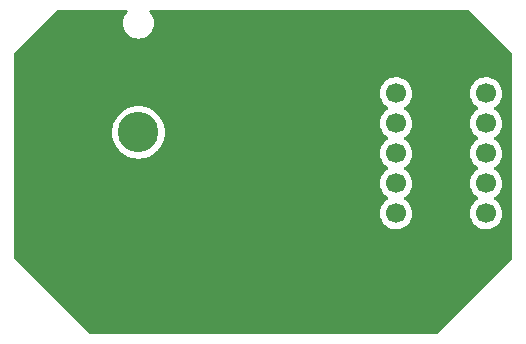
<source format=gbr>
%TF.GenerationSoftware,KiCad,Pcbnew,(6.0.0)*%
%TF.CreationDate,2024-07-10T16:52:07-07:00*%
%TF.ProjectId,pre_cursed_dc_inlet,7072655f-6375-4727-9365-645f64635f69,rev?*%
%TF.SameCoordinates,Original*%
%TF.FileFunction,Copper,L1,Top*%
%TF.FilePolarity,Positive*%
%FSLAX46Y46*%
G04 Gerber Fmt 4.6, Leading zero omitted, Abs format (unit mm)*
G04 Created by KiCad (PCBNEW (6.0.0)) date 2024-07-10 16:52:07*
%MOMM*%
%LPD*%
G01*
G04 APERTURE LIST*
%TA.AperFunction,ComponentPad*%
%ADD10C,1.700000*%
%TD*%
%TA.AperFunction,ComponentPad*%
%ADD11C,6.400000*%
%TD*%
%TA.AperFunction,ComponentPad*%
%ADD12C,3.420000*%
%TD*%
%TA.AperFunction,ComponentPad*%
%ADD13C,3.360000*%
%TD*%
%TA.AperFunction,Conductor*%
%ADD14C,0.250000*%
%TD*%
G04 APERTURE END LIST*
D10*
%TO.P,V-,1*%
%TO.N,V-*%
X155760000Y-92080000D03*
X148140000Y-102240000D03*
X155760000Y-94620000D03*
X155760000Y-97160000D03*
X148140000Y-97160000D03*
X155760000Y-102240000D03*
X155760000Y-99700000D03*
X148140000Y-92080000D03*
X148140000Y-94620000D03*
X148140000Y-99700000D03*
%TD*%
D11*
%TO.P,REF\u002A\u002A,1*%
%TO.N,V-*%
X159223204Y-108510366D03*
%TD*%
%TO.P,REF\u002A\u002A,1*%
%TO.N,V-*%
X138252832Y-108510366D03*
%TD*%
D10*
%TO.P,V+,1*%
%TO.N,V+*%
X167610000Y-92080000D03*
X159990000Y-102240000D03*
X167610000Y-94620000D03*
X167610000Y-97160000D03*
X159990000Y-97160000D03*
X167610000Y-102240000D03*
X167610000Y-99700000D03*
X159990000Y-92080000D03*
X159990000Y-94620000D03*
X159990000Y-99700000D03*
%TD*%
D12*
%TO.P,Vin,1*%
%TO.N,V+*%
X138180000Y-95390000D03*
%TO.P,Vin,2*%
%TO.N,V-*%
X138180000Y-89390000D03*
D13*
%TO.P,Vin,MH1*%
X142930000Y-93590000D03*
%TO.P,Vin,MH2*%
X142930000Y-88890000D03*
%TO.P,Vin,MH3*%
X133430000Y-93590000D03*
%TO.P,Vin,MH4*%
X133430000Y-88890000D03*
%TD*%
D14*
%TO.N,V+*%
X160280000Y-102530000D02*
X159990000Y-102240000D01*
%TO.N,V-*%
X142430000Y-89390000D02*
X142930000Y-88890000D01*
X137680000Y-88890000D02*
X138180000Y-89390000D01*
%TD*%
%TA.AperFunction,Conductor*%
%TO.N,V-*%
G36*
X137225433Y-85028002D02*
G01*
X137271926Y-85081658D01*
X137282030Y-85151932D01*
X137252536Y-85216512D01*
X137246407Y-85223095D01*
X137173802Y-85295700D01*
X137042477Y-85483251D01*
X137040154Y-85488233D01*
X137040151Y-85488238D01*
X136948039Y-85685775D01*
X136945716Y-85690757D01*
X136886457Y-85911913D01*
X136866502Y-86140000D01*
X136886457Y-86368087D01*
X136945716Y-86589243D01*
X136948039Y-86594224D01*
X136948039Y-86594225D01*
X137040151Y-86791762D01*
X137040154Y-86791767D01*
X137042477Y-86796749D01*
X137173802Y-86984300D01*
X137335700Y-87146198D01*
X137340208Y-87149355D01*
X137340211Y-87149357D01*
X137418389Y-87204098D01*
X137523251Y-87277523D01*
X137528233Y-87279846D01*
X137528238Y-87279849D01*
X137725775Y-87371961D01*
X137730757Y-87374284D01*
X137736065Y-87375706D01*
X137736067Y-87375707D01*
X137946598Y-87432119D01*
X137946600Y-87432119D01*
X137951913Y-87433543D01*
X138051480Y-87442254D01*
X138120149Y-87448262D01*
X138120156Y-87448262D01*
X138122873Y-87448500D01*
X138237127Y-87448500D01*
X138239844Y-87448262D01*
X138239851Y-87448262D01*
X138308520Y-87442254D01*
X138408087Y-87433543D01*
X138413400Y-87432119D01*
X138413402Y-87432119D01*
X138623933Y-87375707D01*
X138623935Y-87375706D01*
X138629243Y-87374284D01*
X138634225Y-87371961D01*
X138831762Y-87279849D01*
X138831767Y-87279846D01*
X138836749Y-87277523D01*
X138941611Y-87204098D01*
X139019789Y-87149357D01*
X139019792Y-87149355D01*
X139024300Y-87146198D01*
X139186198Y-86984300D01*
X139317523Y-86796749D01*
X139319846Y-86791767D01*
X139319849Y-86791762D01*
X139411961Y-86594225D01*
X139411961Y-86594224D01*
X139414284Y-86589243D01*
X139473543Y-86368087D01*
X139493498Y-86140000D01*
X139473543Y-85911913D01*
X139414284Y-85690757D01*
X139411961Y-85685775D01*
X139319849Y-85488238D01*
X139319846Y-85488233D01*
X139317523Y-85483251D01*
X139186198Y-85295700D01*
X139113593Y-85223095D01*
X139079567Y-85160783D01*
X139084632Y-85089968D01*
X139127179Y-85033132D01*
X139193699Y-85008321D01*
X139202688Y-85008000D01*
X166079106Y-85008000D01*
X166147227Y-85028002D01*
X166168201Y-85044905D01*
X169796811Y-88673515D01*
X169830837Y-88735827D01*
X169833716Y-88762610D01*
X169833716Y-105987385D01*
X169813714Y-106055506D01*
X169796811Y-106076480D01*
X163418201Y-112455091D01*
X163355889Y-112489117D01*
X163329106Y-112491996D01*
X134146930Y-112491996D01*
X134078809Y-112471994D01*
X134057835Y-112455091D01*
X130090983Y-108488240D01*
X136140022Y-108488240D01*
X136156567Y-108775186D01*
X136157392Y-108779391D01*
X136157393Y-108779399D01*
X136191751Y-108954522D01*
X136211902Y-109057231D01*
X136213289Y-109061282D01*
X136289038Y-109282527D01*
X136305003Y-109329158D01*
X136434148Y-109585933D01*
X136436574Y-109589462D01*
X136436577Y-109589468D01*
X136475419Y-109645983D01*
X136596946Y-109822805D01*
X136790385Y-110035392D01*
X136793673Y-110038141D01*
X137007593Y-110217007D01*
X137007598Y-110217011D01*
X137010885Y-110219759D01*
X137132626Y-110296127D01*
X137250727Y-110370212D01*
X137250731Y-110370214D01*
X137254367Y-110372495D01*
X137516325Y-110490773D01*
X137791911Y-110572406D01*
X137796145Y-110573054D01*
X137796150Y-110573055D01*
X138046927Y-110611429D01*
X138076027Y-110615882D01*
X138222412Y-110618181D01*
X138359123Y-110620329D01*
X138359129Y-110620329D01*
X138363414Y-110620396D01*
X138648755Y-110585866D01*
X138926769Y-110512931D01*
X138930729Y-110511291D01*
X138930734Y-110511289D01*
X139073743Y-110452052D01*
X139192313Y-110402939D01*
X139440473Y-110257926D01*
X139666655Y-110080576D01*
X139866676Y-109874170D01*
X139869209Y-109870722D01*
X139869213Y-109870717D01*
X140034296Y-109645983D01*
X140036834Y-109642528D01*
X140173981Y-109389937D01*
X140224779Y-109255503D01*
X140274059Y-109125087D01*
X140274060Y-109125084D01*
X140275577Y-109121069D01*
X140339744Y-108840900D01*
X140346493Y-108765288D01*
X140365075Y-108557081D01*
X140365295Y-108554616D01*
X140365758Y-108510366D01*
X140365589Y-108507885D01*
X140364250Y-108488240D01*
X157110394Y-108488240D01*
X157126939Y-108775186D01*
X157127764Y-108779391D01*
X157127765Y-108779399D01*
X157162123Y-108954522D01*
X157182274Y-109057231D01*
X157183661Y-109061282D01*
X157259410Y-109282527D01*
X157275375Y-109329158D01*
X157404520Y-109585933D01*
X157406946Y-109589462D01*
X157406949Y-109589468D01*
X157445791Y-109645983D01*
X157567318Y-109822805D01*
X157760757Y-110035392D01*
X157764045Y-110038141D01*
X157977965Y-110217007D01*
X157977970Y-110217011D01*
X157981257Y-110219759D01*
X158102998Y-110296127D01*
X158221099Y-110370212D01*
X158221103Y-110370214D01*
X158224739Y-110372495D01*
X158486697Y-110490773D01*
X158762283Y-110572406D01*
X158766517Y-110573054D01*
X158766522Y-110573055D01*
X159017299Y-110611429D01*
X159046399Y-110615882D01*
X159192784Y-110618181D01*
X159329495Y-110620329D01*
X159329501Y-110620329D01*
X159333786Y-110620396D01*
X159619127Y-110585866D01*
X159897141Y-110512931D01*
X159901101Y-110511291D01*
X159901106Y-110511289D01*
X160044115Y-110452052D01*
X160162685Y-110402939D01*
X160410845Y-110257926D01*
X160637027Y-110080576D01*
X160837048Y-109874170D01*
X160839581Y-109870722D01*
X160839585Y-109870717D01*
X161004668Y-109645983D01*
X161007206Y-109642528D01*
X161144353Y-109389937D01*
X161195151Y-109255503D01*
X161244431Y-109125087D01*
X161244432Y-109125084D01*
X161245949Y-109121069D01*
X161310116Y-108840900D01*
X161316865Y-108765288D01*
X161335447Y-108557081D01*
X161335667Y-108554616D01*
X161336130Y-108510366D01*
X161335961Y-108507885D01*
X161316873Y-108227886D01*
X161316872Y-108227880D01*
X161316581Y-108223609D01*
X161312045Y-108201703D01*
X161259166Y-107946364D01*
X161258295Y-107942158D01*
X161250760Y-107920878D01*
X161163783Y-107675263D01*
X161162352Y-107671222D01*
X161030525Y-107415813D01*
X160865256Y-107180659D01*
X160669601Y-106970109D01*
X160447182Y-106788061D01*
X160202114Y-106637883D01*
X160198197Y-106636164D01*
X160198194Y-106636162D01*
X160073033Y-106581221D01*
X159938932Y-106522355D01*
X159934804Y-106521179D01*
X159934801Y-106521178D01*
X159828652Y-106490941D01*
X159662506Y-106443613D01*
X159658264Y-106443009D01*
X159658258Y-106443008D01*
X159382202Y-106403719D01*
X159377951Y-106403114D01*
X159226450Y-106402321D01*
X159094818Y-106401631D01*
X159094812Y-106401631D01*
X159090532Y-106401609D01*
X159086287Y-106402168D01*
X159086285Y-106402168D01*
X159020988Y-106410765D01*
X158805569Y-106439126D01*
X158528333Y-106514969D01*
X158263956Y-106627735D01*
X158260275Y-106629938D01*
X158021010Y-106773134D01*
X158021006Y-106773137D01*
X158017328Y-106775338D01*
X158013985Y-106778016D01*
X158013981Y-106778019D01*
X158001447Y-106788061D01*
X157793015Y-106955047D01*
X157595167Y-107163536D01*
X157427444Y-107396947D01*
X157292950Y-107650962D01*
X157194175Y-107920878D01*
X157132945Y-108201703D01*
X157110902Y-108481781D01*
X157110394Y-108488240D01*
X140364250Y-108488240D01*
X140346501Y-108227886D01*
X140346500Y-108227880D01*
X140346209Y-108223609D01*
X140341673Y-108201703D01*
X140288794Y-107946364D01*
X140287923Y-107942158D01*
X140280388Y-107920878D01*
X140193411Y-107675263D01*
X140191980Y-107671222D01*
X140060153Y-107415813D01*
X139894884Y-107180659D01*
X139699229Y-106970109D01*
X139476810Y-106788061D01*
X139231742Y-106637883D01*
X139227825Y-106636164D01*
X139227822Y-106636162D01*
X139102661Y-106581221D01*
X138968560Y-106522355D01*
X138964432Y-106521179D01*
X138964429Y-106521178D01*
X138858280Y-106490941D01*
X138692134Y-106443613D01*
X138687892Y-106443009D01*
X138687886Y-106443008D01*
X138411830Y-106403719D01*
X138407579Y-106403114D01*
X138256078Y-106402321D01*
X138124446Y-106401631D01*
X138124440Y-106401631D01*
X138120160Y-106401609D01*
X138115915Y-106402168D01*
X138115913Y-106402168D01*
X138050616Y-106410765D01*
X137835197Y-106439126D01*
X137557961Y-106514969D01*
X137293584Y-106627735D01*
X137289903Y-106629938D01*
X137050638Y-106773134D01*
X137050634Y-106773137D01*
X137046956Y-106775338D01*
X137043613Y-106778016D01*
X137043609Y-106778019D01*
X137031075Y-106788061D01*
X136822643Y-106955047D01*
X136624795Y-107163536D01*
X136457072Y-107396947D01*
X136322578Y-107650962D01*
X136223803Y-107920878D01*
X136162573Y-108201703D01*
X136140530Y-108481781D01*
X136140022Y-108488240D01*
X130090983Y-108488240D01*
X127679224Y-106076481D01*
X127645198Y-106014169D01*
X127642319Y-105987386D01*
X127642319Y-102206695D01*
X158627251Y-102206695D01*
X158627548Y-102211848D01*
X158627548Y-102211851D01*
X158633011Y-102306590D01*
X158640110Y-102429715D01*
X158641247Y-102434761D01*
X158641248Y-102434767D01*
X158661119Y-102522939D01*
X158689222Y-102647639D01*
X158773266Y-102854616D01*
X158889987Y-103045088D01*
X159036250Y-103213938D01*
X159208126Y-103356632D01*
X159401000Y-103469338D01*
X159609692Y-103549030D01*
X159614760Y-103550061D01*
X159614763Y-103550062D01*
X159722017Y-103571883D01*
X159828597Y-103593567D01*
X159833772Y-103593757D01*
X159833774Y-103593757D01*
X160046673Y-103601564D01*
X160046677Y-103601564D01*
X160051837Y-103601753D01*
X160056957Y-103601097D01*
X160056959Y-103601097D01*
X160268288Y-103574025D01*
X160268289Y-103574025D01*
X160273416Y-103573368D01*
X160278366Y-103571883D01*
X160482429Y-103510661D01*
X160482434Y-103510659D01*
X160487384Y-103509174D01*
X160687994Y-103410896D01*
X160869860Y-103281173D01*
X161028096Y-103123489D01*
X161087594Y-103040689D01*
X161155435Y-102946277D01*
X161158453Y-102942077D01*
X161257430Y-102741811D01*
X161322370Y-102528069D01*
X161351529Y-102306590D01*
X161353156Y-102240000D01*
X161350418Y-102206695D01*
X166247251Y-102206695D01*
X166247548Y-102211848D01*
X166247548Y-102211851D01*
X166253011Y-102306590D01*
X166260110Y-102429715D01*
X166261247Y-102434761D01*
X166261248Y-102434767D01*
X166281119Y-102522939D01*
X166309222Y-102647639D01*
X166393266Y-102854616D01*
X166509987Y-103045088D01*
X166656250Y-103213938D01*
X166828126Y-103356632D01*
X167021000Y-103469338D01*
X167229692Y-103549030D01*
X167234760Y-103550061D01*
X167234763Y-103550062D01*
X167342017Y-103571883D01*
X167448597Y-103593567D01*
X167453772Y-103593757D01*
X167453774Y-103593757D01*
X167666673Y-103601564D01*
X167666677Y-103601564D01*
X167671837Y-103601753D01*
X167676957Y-103601097D01*
X167676959Y-103601097D01*
X167888288Y-103574025D01*
X167888289Y-103574025D01*
X167893416Y-103573368D01*
X167898366Y-103571883D01*
X168102429Y-103510661D01*
X168102434Y-103510659D01*
X168107384Y-103509174D01*
X168307994Y-103410896D01*
X168489860Y-103281173D01*
X168648096Y-103123489D01*
X168707594Y-103040689D01*
X168775435Y-102946277D01*
X168778453Y-102942077D01*
X168877430Y-102741811D01*
X168942370Y-102528069D01*
X168971529Y-102306590D01*
X168973156Y-102240000D01*
X168954852Y-102017361D01*
X168900431Y-101800702D01*
X168811354Y-101595840D01*
X168690014Y-101408277D01*
X168539670Y-101243051D01*
X168535619Y-101239852D01*
X168535615Y-101239848D01*
X168368414Y-101107800D01*
X168368410Y-101107798D01*
X168364359Y-101104598D01*
X168323053Y-101081796D01*
X168273084Y-101031364D01*
X168258312Y-100961921D01*
X168283428Y-100895516D01*
X168310780Y-100868909D01*
X168354603Y-100837650D01*
X168489860Y-100741173D01*
X168648096Y-100583489D01*
X168707594Y-100500689D01*
X168775435Y-100406277D01*
X168778453Y-100402077D01*
X168877430Y-100201811D01*
X168942370Y-99988069D01*
X168971529Y-99766590D01*
X168973156Y-99700000D01*
X168954852Y-99477361D01*
X168900431Y-99260702D01*
X168811354Y-99055840D01*
X168690014Y-98868277D01*
X168539670Y-98703051D01*
X168535619Y-98699852D01*
X168535615Y-98699848D01*
X168368414Y-98567800D01*
X168368410Y-98567798D01*
X168364359Y-98564598D01*
X168323053Y-98541796D01*
X168273084Y-98491364D01*
X168258312Y-98421921D01*
X168283428Y-98355516D01*
X168310780Y-98328909D01*
X168354603Y-98297650D01*
X168489860Y-98201173D01*
X168648096Y-98043489D01*
X168707594Y-97960689D01*
X168775435Y-97866277D01*
X168778453Y-97862077D01*
X168877430Y-97661811D01*
X168914953Y-97538310D01*
X168940865Y-97453023D01*
X168940865Y-97453021D01*
X168942370Y-97448069D01*
X168971529Y-97226590D01*
X168973156Y-97160000D01*
X168954852Y-96937361D01*
X168900431Y-96720702D01*
X168811354Y-96515840D01*
X168690014Y-96328277D01*
X168539670Y-96163051D01*
X168535619Y-96159852D01*
X168535615Y-96159848D01*
X168368414Y-96027800D01*
X168368410Y-96027798D01*
X168364359Y-96024598D01*
X168323053Y-96001796D01*
X168273084Y-95951364D01*
X168258312Y-95881921D01*
X168283428Y-95815516D01*
X168310780Y-95788909D01*
X168354603Y-95757650D01*
X168489860Y-95661173D01*
X168648096Y-95503489D01*
X168707594Y-95420689D01*
X168775435Y-95326277D01*
X168778453Y-95322077D01*
X168877430Y-95121811D01*
X168942370Y-94908069D01*
X168971529Y-94686590D01*
X168973156Y-94620000D01*
X168954852Y-94397361D01*
X168900431Y-94180702D01*
X168811354Y-93975840D01*
X168690014Y-93788277D01*
X168539670Y-93623051D01*
X168535619Y-93619852D01*
X168535615Y-93619848D01*
X168368414Y-93487800D01*
X168368410Y-93487798D01*
X168364359Y-93484598D01*
X168323053Y-93461796D01*
X168273084Y-93411364D01*
X168258312Y-93341921D01*
X168283428Y-93275516D01*
X168310780Y-93248909D01*
X168354603Y-93217650D01*
X168489860Y-93121173D01*
X168648096Y-92963489D01*
X168707594Y-92880689D01*
X168775435Y-92786277D01*
X168778453Y-92782077D01*
X168877430Y-92581811D01*
X168942370Y-92368069D01*
X168971529Y-92146590D01*
X168973156Y-92080000D01*
X168954852Y-91857361D01*
X168900431Y-91640702D01*
X168811354Y-91435840D01*
X168690014Y-91248277D01*
X168539670Y-91083051D01*
X168535619Y-91079852D01*
X168535615Y-91079848D01*
X168368414Y-90947800D01*
X168368410Y-90947798D01*
X168364359Y-90944598D01*
X168168789Y-90836638D01*
X168163920Y-90834914D01*
X168163916Y-90834912D01*
X167963087Y-90763795D01*
X167963083Y-90763794D01*
X167958212Y-90762069D01*
X167953119Y-90761162D01*
X167953116Y-90761161D01*
X167743373Y-90723800D01*
X167743367Y-90723799D01*
X167738284Y-90722894D01*
X167664452Y-90721992D01*
X167520081Y-90720228D01*
X167520079Y-90720228D01*
X167514911Y-90720165D01*
X167294091Y-90753955D01*
X167081756Y-90823357D01*
X166883607Y-90926507D01*
X166879474Y-90929610D01*
X166879471Y-90929612D01*
X166855247Y-90947800D01*
X166704965Y-91060635D01*
X166550629Y-91222138D01*
X166424743Y-91406680D01*
X166330688Y-91609305D01*
X166270989Y-91824570D01*
X166247251Y-92046695D01*
X166247548Y-92051848D01*
X166247548Y-92051851D01*
X166253011Y-92146590D01*
X166260110Y-92269715D01*
X166261247Y-92274761D01*
X166261248Y-92274767D01*
X166281119Y-92362939D01*
X166309222Y-92487639D01*
X166393266Y-92694616D01*
X166509987Y-92885088D01*
X166656250Y-93053938D01*
X166828126Y-93196632D01*
X166898595Y-93237811D01*
X166901445Y-93239476D01*
X166950169Y-93291114D01*
X166963240Y-93360897D01*
X166936509Y-93426669D01*
X166896055Y-93460027D01*
X166883607Y-93466507D01*
X166879474Y-93469610D01*
X166879471Y-93469612D01*
X166855247Y-93487800D01*
X166704965Y-93600635D01*
X166550629Y-93762138D01*
X166424743Y-93946680D01*
X166330688Y-94149305D01*
X166270989Y-94364570D01*
X166247251Y-94586695D01*
X166247548Y-94591848D01*
X166247548Y-94591851D01*
X166253011Y-94686590D01*
X166260110Y-94809715D01*
X166261247Y-94814761D01*
X166261248Y-94814767D01*
X166281119Y-94902939D01*
X166309222Y-95027639D01*
X166393266Y-95234616D01*
X166509987Y-95425088D01*
X166656250Y-95593938D01*
X166828126Y-95736632D01*
X166898595Y-95777811D01*
X166901445Y-95779476D01*
X166950169Y-95831114D01*
X166963240Y-95900897D01*
X166936509Y-95966669D01*
X166896055Y-96000027D01*
X166883607Y-96006507D01*
X166879474Y-96009610D01*
X166879471Y-96009612D01*
X166855247Y-96027800D01*
X166704965Y-96140635D01*
X166550629Y-96302138D01*
X166424743Y-96486680D01*
X166330688Y-96689305D01*
X166270989Y-96904570D01*
X166247251Y-97126695D01*
X166247548Y-97131848D01*
X166247548Y-97131851D01*
X166253011Y-97226590D01*
X166260110Y-97349715D01*
X166261247Y-97354761D01*
X166261248Y-97354767D01*
X166280953Y-97442200D01*
X166309222Y-97567639D01*
X166393266Y-97774616D01*
X166509987Y-97965088D01*
X166656250Y-98133938D01*
X166828126Y-98276632D01*
X166898595Y-98317811D01*
X166901445Y-98319476D01*
X166950169Y-98371114D01*
X166963240Y-98440897D01*
X166936509Y-98506669D01*
X166896055Y-98540027D01*
X166883607Y-98546507D01*
X166879474Y-98549610D01*
X166879471Y-98549612D01*
X166855247Y-98567800D01*
X166704965Y-98680635D01*
X166550629Y-98842138D01*
X166424743Y-99026680D01*
X166330688Y-99229305D01*
X166270989Y-99444570D01*
X166247251Y-99666695D01*
X166247548Y-99671848D01*
X166247548Y-99671851D01*
X166253011Y-99766590D01*
X166260110Y-99889715D01*
X166261247Y-99894761D01*
X166261248Y-99894767D01*
X166281119Y-99982939D01*
X166309222Y-100107639D01*
X166393266Y-100314616D01*
X166509987Y-100505088D01*
X166656250Y-100673938D01*
X166828126Y-100816632D01*
X166898595Y-100857811D01*
X166901445Y-100859476D01*
X166950169Y-100911114D01*
X166963240Y-100980897D01*
X166936509Y-101046669D01*
X166896055Y-101080027D01*
X166883607Y-101086507D01*
X166879474Y-101089610D01*
X166879471Y-101089612D01*
X166855247Y-101107800D01*
X166704965Y-101220635D01*
X166550629Y-101382138D01*
X166424743Y-101566680D01*
X166330688Y-101769305D01*
X166270989Y-101984570D01*
X166247251Y-102206695D01*
X161350418Y-102206695D01*
X161334852Y-102017361D01*
X161280431Y-101800702D01*
X161191354Y-101595840D01*
X161070014Y-101408277D01*
X160919670Y-101243051D01*
X160915619Y-101239852D01*
X160915615Y-101239848D01*
X160748414Y-101107800D01*
X160748410Y-101107798D01*
X160744359Y-101104598D01*
X160703053Y-101081796D01*
X160653084Y-101031364D01*
X160638312Y-100961921D01*
X160663428Y-100895516D01*
X160690780Y-100868909D01*
X160734603Y-100837650D01*
X160869860Y-100741173D01*
X161028096Y-100583489D01*
X161087594Y-100500689D01*
X161155435Y-100406277D01*
X161158453Y-100402077D01*
X161257430Y-100201811D01*
X161322370Y-99988069D01*
X161351529Y-99766590D01*
X161353156Y-99700000D01*
X161334852Y-99477361D01*
X161280431Y-99260702D01*
X161191354Y-99055840D01*
X161070014Y-98868277D01*
X160919670Y-98703051D01*
X160915619Y-98699852D01*
X160915615Y-98699848D01*
X160748414Y-98567800D01*
X160748410Y-98567798D01*
X160744359Y-98564598D01*
X160703053Y-98541796D01*
X160653084Y-98491364D01*
X160638312Y-98421921D01*
X160663428Y-98355516D01*
X160690780Y-98328909D01*
X160734603Y-98297650D01*
X160869860Y-98201173D01*
X161028096Y-98043489D01*
X161087594Y-97960689D01*
X161155435Y-97866277D01*
X161158453Y-97862077D01*
X161257430Y-97661811D01*
X161294953Y-97538310D01*
X161320865Y-97453023D01*
X161320865Y-97453021D01*
X161322370Y-97448069D01*
X161351529Y-97226590D01*
X161353156Y-97160000D01*
X161334852Y-96937361D01*
X161280431Y-96720702D01*
X161191354Y-96515840D01*
X161070014Y-96328277D01*
X160919670Y-96163051D01*
X160915619Y-96159852D01*
X160915615Y-96159848D01*
X160748414Y-96027800D01*
X160748410Y-96027798D01*
X160744359Y-96024598D01*
X160703053Y-96001796D01*
X160653084Y-95951364D01*
X160638312Y-95881921D01*
X160663428Y-95815516D01*
X160690780Y-95788909D01*
X160734603Y-95757650D01*
X160869860Y-95661173D01*
X161028096Y-95503489D01*
X161087594Y-95420689D01*
X161155435Y-95326277D01*
X161158453Y-95322077D01*
X161257430Y-95121811D01*
X161322370Y-94908069D01*
X161351529Y-94686590D01*
X161353156Y-94620000D01*
X161334852Y-94397361D01*
X161280431Y-94180702D01*
X161191354Y-93975840D01*
X161070014Y-93788277D01*
X160919670Y-93623051D01*
X160915619Y-93619852D01*
X160915615Y-93619848D01*
X160748414Y-93487800D01*
X160748410Y-93487798D01*
X160744359Y-93484598D01*
X160703053Y-93461796D01*
X160653084Y-93411364D01*
X160638312Y-93341921D01*
X160663428Y-93275516D01*
X160690780Y-93248909D01*
X160734603Y-93217650D01*
X160869860Y-93121173D01*
X161028096Y-92963489D01*
X161087594Y-92880689D01*
X161155435Y-92786277D01*
X161158453Y-92782077D01*
X161257430Y-92581811D01*
X161322370Y-92368069D01*
X161351529Y-92146590D01*
X161353156Y-92080000D01*
X161334852Y-91857361D01*
X161280431Y-91640702D01*
X161191354Y-91435840D01*
X161070014Y-91248277D01*
X160919670Y-91083051D01*
X160915619Y-91079852D01*
X160915615Y-91079848D01*
X160748414Y-90947800D01*
X160748410Y-90947798D01*
X160744359Y-90944598D01*
X160548789Y-90836638D01*
X160543920Y-90834914D01*
X160543916Y-90834912D01*
X160343087Y-90763795D01*
X160343083Y-90763794D01*
X160338212Y-90762069D01*
X160333119Y-90761162D01*
X160333116Y-90761161D01*
X160123373Y-90723800D01*
X160123367Y-90723799D01*
X160118284Y-90722894D01*
X160044452Y-90721992D01*
X159900081Y-90720228D01*
X159900079Y-90720228D01*
X159894911Y-90720165D01*
X159674091Y-90753955D01*
X159461756Y-90823357D01*
X159263607Y-90926507D01*
X159259474Y-90929610D01*
X159259471Y-90929612D01*
X159235247Y-90947800D01*
X159084965Y-91060635D01*
X158930629Y-91222138D01*
X158804743Y-91406680D01*
X158710688Y-91609305D01*
X158650989Y-91824570D01*
X158627251Y-92046695D01*
X158627548Y-92051848D01*
X158627548Y-92051851D01*
X158633011Y-92146590D01*
X158640110Y-92269715D01*
X158641247Y-92274761D01*
X158641248Y-92274767D01*
X158661119Y-92362939D01*
X158689222Y-92487639D01*
X158773266Y-92694616D01*
X158889987Y-92885088D01*
X159036250Y-93053938D01*
X159208126Y-93196632D01*
X159278595Y-93237811D01*
X159281445Y-93239476D01*
X159330169Y-93291114D01*
X159343240Y-93360897D01*
X159316509Y-93426669D01*
X159276055Y-93460027D01*
X159263607Y-93466507D01*
X159259474Y-93469610D01*
X159259471Y-93469612D01*
X159235247Y-93487800D01*
X159084965Y-93600635D01*
X158930629Y-93762138D01*
X158804743Y-93946680D01*
X158710688Y-94149305D01*
X158650989Y-94364570D01*
X158627251Y-94586695D01*
X158627548Y-94591848D01*
X158627548Y-94591851D01*
X158633011Y-94686590D01*
X158640110Y-94809715D01*
X158641247Y-94814761D01*
X158641248Y-94814767D01*
X158661119Y-94902939D01*
X158689222Y-95027639D01*
X158773266Y-95234616D01*
X158889987Y-95425088D01*
X159036250Y-95593938D01*
X159208126Y-95736632D01*
X159278595Y-95777811D01*
X159281445Y-95779476D01*
X159330169Y-95831114D01*
X159343240Y-95900897D01*
X159316509Y-95966669D01*
X159276055Y-96000027D01*
X159263607Y-96006507D01*
X159259474Y-96009610D01*
X159259471Y-96009612D01*
X159235247Y-96027800D01*
X159084965Y-96140635D01*
X158930629Y-96302138D01*
X158804743Y-96486680D01*
X158710688Y-96689305D01*
X158650989Y-96904570D01*
X158627251Y-97126695D01*
X158627548Y-97131848D01*
X158627548Y-97131851D01*
X158633011Y-97226590D01*
X158640110Y-97349715D01*
X158641247Y-97354761D01*
X158641248Y-97354767D01*
X158660953Y-97442200D01*
X158689222Y-97567639D01*
X158773266Y-97774616D01*
X158889987Y-97965088D01*
X159036250Y-98133938D01*
X159208126Y-98276632D01*
X159278595Y-98317811D01*
X159281445Y-98319476D01*
X159330169Y-98371114D01*
X159343240Y-98440897D01*
X159316509Y-98506669D01*
X159276055Y-98540027D01*
X159263607Y-98546507D01*
X159259474Y-98549610D01*
X159259471Y-98549612D01*
X159235247Y-98567800D01*
X159084965Y-98680635D01*
X158930629Y-98842138D01*
X158804743Y-99026680D01*
X158710688Y-99229305D01*
X158650989Y-99444570D01*
X158627251Y-99666695D01*
X158627548Y-99671848D01*
X158627548Y-99671851D01*
X158633011Y-99766590D01*
X158640110Y-99889715D01*
X158641247Y-99894761D01*
X158641248Y-99894767D01*
X158661119Y-99982939D01*
X158689222Y-100107639D01*
X158773266Y-100314616D01*
X158889987Y-100505088D01*
X159036250Y-100673938D01*
X159208126Y-100816632D01*
X159278595Y-100857811D01*
X159281445Y-100859476D01*
X159330169Y-100911114D01*
X159343240Y-100980897D01*
X159316509Y-101046669D01*
X159276055Y-101080027D01*
X159263607Y-101086507D01*
X159259474Y-101089610D01*
X159259471Y-101089612D01*
X159235247Y-101107800D01*
X159084965Y-101220635D01*
X158930629Y-101382138D01*
X158804743Y-101566680D01*
X158710688Y-101769305D01*
X158650989Y-101984570D01*
X158627251Y-102206695D01*
X127642319Y-102206695D01*
X127642319Y-95390000D01*
X135956740Y-95390000D01*
X135957010Y-95394119D01*
X135974710Y-95664171D01*
X135975760Y-95680194D01*
X135976562Y-95684227D01*
X135976563Y-95684233D01*
X136031690Y-95961372D01*
X136032496Y-95965422D01*
X136033823Y-95969331D01*
X136033824Y-95969335D01*
X136053670Y-96027800D01*
X136125976Y-96240805D01*
X136186887Y-96364320D01*
X136249543Y-96491375D01*
X136254600Y-96501630D01*
X136256894Y-96505063D01*
X136397807Y-96715954D01*
X136416169Y-96743435D01*
X136418883Y-96746529D01*
X136418887Y-96746535D01*
X136553112Y-96899588D01*
X136607918Y-96962082D01*
X136611007Y-96964791D01*
X136823465Y-97151113D01*
X136823471Y-97151117D01*
X136826565Y-97153831D01*
X136829991Y-97156120D01*
X136829996Y-97156124D01*
X136930443Y-97223240D01*
X137068370Y-97315400D01*
X137072069Y-97317224D01*
X137072074Y-97317227D01*
X137205680Y-97383113D01*
X137329195Y-97444024D01*
X137333100Y-97445349D01*
X137333101Y-97445350D01*
X137600665Y-97536176D01*
X137600669Y-97536177D01*
X137604578Y-97537504D01*
X137608622Y-97538308D01*
X137608628Y-97538310D01*
X137885767Y-97593437D01*
X137885773Y-97593438D01*
X137889806Y-97594240D01*
X137893911Y-97594509D01*
X137893918Y-97594510D01*
X138175881Y-97612990D01*
X138180000Y-97613260D01*
X138184119Y-97612990D01*
X138466082Y-97594510D01*
X138466089Y-97594509D01*
X138470194Y-97594240D01*
X138474227Y-97593438D01*
X138474233Y-97593437D01*
X138751372Y-97538310D01*
X138751378Y-97538308D01*
X138755422Y-97537504D01*
X138759331Y-97536177D01*
X138759335Y-97536176D01*
X139026899Y-97445350D01*
X139026900Y-97445349D01*
X139030805Y-97444024D01*
X139154320Y-97383113D01*
X139287926Y-97317227D01*
X139287931Y-97317224D01*
X139291630Y-97315400D01*
X139429557Y-97223240D01*
X139530004Y-97156124D01*
X139530009Y-97156120D01*
X139533435Y-97153831D01*
X139536529Y-97151117D01*
X139536535Y-97151113D01*
X139748993Y-96964791D01*
X139752082Y-96962082D01*
X139806888Y-96899588D01*
X139941113Y-96746535D01*
X139941117Y-96746529D01*
X139943831Y-96743435D01*
X139962194Y-96715954D01*
X140103106Y-96505063D01*
X140105400Y-96501630D01*
X140110458Y-96491375D01*
X140173113Y-96364320D01*
X140234024Y-96240805D01*
X140306330Y-96027800D01*
X140326176Y-95969335D01*
X140326177Y-95969331D01*
X140327504Y-95965422D01*
X140328310Y-95961372D01*
X140383437Y-95684233D01*
X140383438Y-95684227D01*
X140384240Y-95680194D01*
X140385291Y-95664171D01*
X140402990Y-95394119D01*
X140403260Y-95390000D01*
X140401890Y-95369091D01*
X140384510Y-95103918D01*
X140384509Y-95103911D01*
X140384240Y-95099806D01*
X140347087Y-94913023D01*
X140328310Y-94818628D01*
X140328308Y-94818622D01*
X140327504Y-94814578D01*
X140325854Y-94809715D01*
X140235350Y-94543101D01*
X140235349Y-94543100D01*
X140234024Y-94539195D01*
X140164080Y-94397361D01*
X140107227Y-94282074D01*
X140107224Y-94282069D01*
X140105400Y-94278370D01*
X140022497Y-94154297D01*
X139946124Y-94039996D01*
X139946120Y-94039991D01*
X139943831Y-94036565D01*
X139941117Y-94033471D01*
X139941113Y-94033465D01*
X139754791Y-93821007D01*
X139752082Y-93817918D01*
X139693350Y-93766411D01*
X139536535Y-93628887D01*
X139536529Y-93628883D01*
X139533435Y-93626169D01*
X139530009Y-93623880D01*
X139530004Y-93623876D01*
X139321559Y-93484598D01*
X139291630Y-93464600D01*
X139287931Y-93462776D01*
X139287926Y-93462773D01*
X139081340Y-93360897D01*
X139030805Y-93335976D01*
X138780168Y-93250896D01*
X138759335Y-93243824D01*
X138759331Y-93243823D01*
X138755422Y-93242496D01*
X138751378Y-93241692D01*
X138751372Y-93241690D01*
X138474233Y-93186563D01*
X138474227Y-93186562D01*
X138470194Y-93185760D01*
X138466089Y-93185491D01*
X138466082Y-93185490D01*
X138184119Y-93167010D01*
X138180000Y-93166740D01*
X138175881Y-93167010D01*
X137893918Y-93185490D01*
X137893911Y-93185491D01*
X137889806Y-93185760D01*
X137885773Y-93186562D01*
X137885767Y-93186563D01*
X137608628Y-93241690D01*
X137608622Y-93241692D01*
X137604578Y-93242496D01*
X137600669Y-93243823D01*
X137600665Y-93243824D01*
X137579832Y-93250896D01*
X137329195Y-93335976D01*
X137278660Y-93360897D01*
X137072074Y-93462773D01*
X137072069Y-93462776D01*
X137068370Y-93464600D01*
X137038441Y-93484598D01*
X136829996Y-93623876D01*
X136829991Y-93623880D01*
X136826565Y-93626169D01*
X136823471Y-93628883D01*
X136823465Y-93628887D01*
X136666650Y-93766411D01*
X136607918Y-93817918D01*
X136605209Y-93821007D01*
X136418887Y-94033465D01*
X136418883Y-94033471D01*
X136416169Y-94036565D01*
X136413880Y-94039991D01*
X136413876Y-94039996D01*
X136337503Y-94154297D01*
X136254600Y-94278370D01*
X136252776Y-94282069D01*
X136252773Y-94282074D01*
X136195920Y-94397361D01*
X136125976Y-94539195D01*
X136124651Y-94543100D01*
X136124650Y-94543101D01*
X136034147Y-94809715D01*
X136032496Y-94814578D01*
X136031692Y-94818622D01*
X136031690Y-94818628D01*
X136012914Y-94913023D01*
X135975760Y-95099806D01*
X135975491Y-95103911D01*
X135975490Y-95103918D01*
X135958110Y-95369091D01*
X135956740Y-95390000D01*
X127642319Y-95390000D01*
X127642319Y-88762610D01*
X127662321Y-88694489D01*
X127679224Y-88673515D01*
X131307834Y-85044905D01*
X131370146Y-85010879D01*
X131396929Y-85008000D01*
X137157312Y-85008000D01*
X137225433Y-85028002D01*
G37*
%TD.AperFunction*%
%TD*%
M02*

</source>
